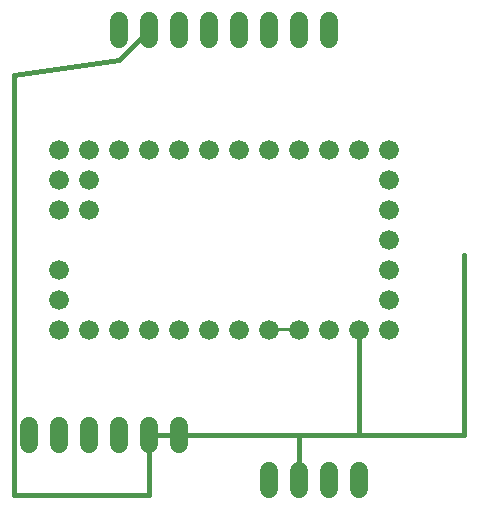
<source format=gtl>
G75*
%MOIN*%
%OFA0B0*%
%FSLAX25Y25*%
%IPPOS*%
%LPD*%
%AMOC8*
5,1,8,0,0,1.08239X$1,22.5*
%
%ADD10C,0.06600*%
%ADD11C,0.06000*%
%ADD12C,0.01000*%
%ADD13C,0.01600*%
D10*
X0031256Y0086256D03*
X0031256Y0096256D03*
X0031256Y0106256D03*
X0031256Y0126256D03*
X0031256Y0136256D03*
X0031256Y0146256D03*
X0041256Y0146256D03*
X0041256Y0136256D03*
X0041256Y0126256D03*
X0051256Y0146256D03*
X0061256Y0146256D03*
X0071256Y0146256D03*
X0081256Y0146256D03*
X0091256Y0146256D03*
X0101256Y0146256D03*
X0111256Y0146256D03*
X0121256Y0146256D03*
X0131256Y0146256D03*
X0141256Y0146256D03*
X0141256Y0136256D03*
X0141256Y0126256D03*
X0141256Y0116256D03*
X0141256Y0106256D03*
X0141256Y0096256D03*
X0141256Y0086256D03*
X0131256Y0086256D03*
X0121256Y0086256D03*
X0111256Y0086256D03*
X0101256Y0086256D03*
X0091256Y0086256D03*
X0081256Y0086256D03*
X0071256Y0086256D03*
X0061256Y0086256D03*
X0051256Y0086256D03*
X0041256Y0086256D03*
D11*
X0041256Y0054256D02*
X0041256Y0048256D01*
X0051256Y0048256D02*
X0051256Y0054256D01*
X0061256Y0054256D02*
X0061256Y0048256D01*
X0071256Y0048256D02*
X0071256Y0054256D01*
X0101256Y0039256D02*
X0101256Y0033256D01*
X0111256Y0033256D02*
X0111256Y0039256D01*
X0121256Y0039256D02*
X0121256Y0033256D01*
X0131256Y0033256D02*
X0131256Y0039256D01*
X0031256Y0048256D02*
X0031256Y0054256D01*
X0021256Y0054256D02*
X0021256Y0048256D01*
X0051256Y0183256D02*
X0051256Y0189256D01*
X0061256Y0189256D02*
X0061256Y0183256D01*
X0071256Y0183256D02*
X0071256Y0189256D01*
X0081256Y0189256D02*
X0081256Y0183256D01*
X0091256Y0183256D02*
X0091256Y0189256D01*
X0101256Y0189256D02*
X0101256Y0183256D01*
X0111256Y0183256D02*
X0111256Y0189256D01*
X0121256Y0189256D02*
X0121256Y0183256D01*
D12*
X0110656Y0086456D02*
X0101656Y0086456D01*
X0101256Y0086256D01*
X0110656Y0086456D02*
X0111256Y0086256D01*
D13*
X0061256Y0031256D02*
X0016256Y0031256D01*
X0016256Y0171256D01*
X0051256Y0176256D01*
X0061256Y0186256D01*
X0131256Y0086256D02*
X0131256Y0051256D01*
X0166256Y0051256D01*
X0166256Y0111256D01*
X0131256Y0051256D02*
X0111256Y0051256D01*
X0111256Y0036256D01*
X0111256Y0051256D02*
X0061256Y0051256D01*
X0061256Y0031256D01*
M02*

</source>
